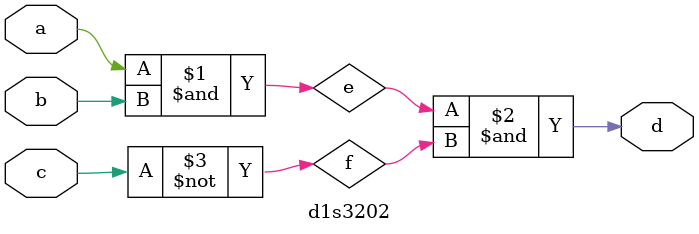
<source format=v>
module d1s3202(a,b,c,d);
  input a,b,c;
  output d;
  wire a,b,c,d,e,f;
  
  and E1(e,a,b);
  not E2(f,c);
  and E3(d,e,f);
  
endmodule
</source>
